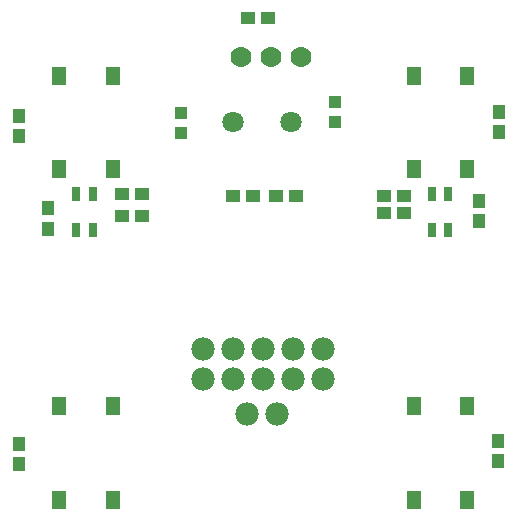
<source format=gtl>
G04 MADE WITH FRITZING*
G04 WWW.FRITZING.ORG*
G04 DOUBLE SIDED*
G04 HOLES PLATED*
G04 CONTOUR ON CENTER OF CONTOUR VECTOR*
%ASAXBY*%
%FSLAX23Y23*%
%MOIN*%
%OFA0B0*%
%SFA1.0B1.0*%
%ADD10C,0.070925*%
%ADD11C,0.070866*%
%ADD12C,0.078000*%
%ADD13C,0.069444*%
%ADD14R,0.039370X0.043307*%
%ADD15R,0.047244X0.043307*%
%ADD16R,0.043307X0.047244*%
%ADD17R,0.051181X0.061024*%
%ADD18R,0.027559X0.047244*%
%LNCOPPER1*%
G90*
G70*
G54D10*
X1157Y1574D03*
G54D11*
X964Y1574D03*
G54D12*
X1011Y602D03*
X1111Y602D03*
X863Y818D03*
X963Y818D03*
X1063Y818D03*
X1163Y818D03*
X1263Y818D03*
X863Y818D03*
X963Y818D03*
X1063Y818D03*
X1163Y818D03*
X1263Y818D03*
X1263Y718D03*
X1163Y718D03*
X1063Y718D03*
X963Y718D03*
X863Y718D03*
X863Y818D03*
X963Y818D03*
X1063Y818D03*
X1163Y818D03*
X1263Y818D03*
X863Y818D03*
X963Y818D03*
X1063Y818D03*
X1163Y818D03*
X1263Y818D03*
X1263Y718D03*
X1163Y718D03*
X1063Y718D03*
X963Y718D03*
X863Y718D03*
G54D13*
X990Y1791D03*
X1090Y1791D03*
X1190Y1791D03*
G54D14*
X789Y1604D03*
X789Y1537D03*
X1303Y1641D03*
X1303Y1574D03*
G54D15*
X1015Y1921D03*
X1082Y1921D03*
G54D16*
X1846Y511D03*
X1846Y444D03*
X1850Y1610D03*
X1850Y1543D03*
X250Y502D03*
X250Y435D03*
X250Y1596D03*
X250Y1529D03*
G54D15*
X1468Y1330D03*
X1535Y1330D03*
G54D16*
X1783Y1311D03*
X1783Y1244D03*
G54D15*
X1468Y1271D03*
X1535Y1271D03*
X594Y1334D03*
X661Y1334D03*
X661Y1263D03*
X594Y1263D03*
G54D16*
X346Y1287D03*
X346Y1220D03*
G54D15*
X964Y1330D03*
X1031Y1330D03*
X1106Y1330D03*
X1173Y1330D03*
G54D17*
X1567Y627D03*
X1567Y314D03*
X1744Y627D03*
X1744Y314D03*
X1567Y1730D03*
X1567Y1417D03*
X1744Y1730D03*
X1744Y1417D03*
X385Y1730D03*
X385Y1417D03*
X563Y1730D03*
X563Y1417D03*
G54D18*
X441Y1334D03*
X496Y1334D03*
X441Y1216D03*
X496Y1216D03*
X1626Y1334D03*
X1682Y1334D03*
X1626Y1216D03*
X1682Y1216D03*
G54D17*
X385Y627D03*
X385Y314D03*
X563Y627D03*
X563Y314D03*
G04 End of Copper1*
M02*
</source>
